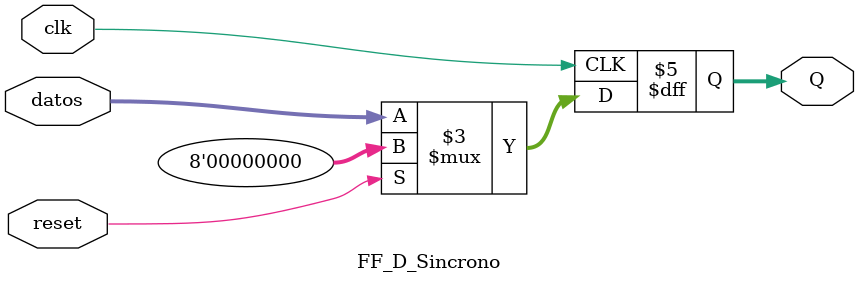
<source format=v>
`timescale 1ns / 1ps
module FF_D_Sincrono(

input wire clk,reset,
input wire [7:0] datos,
output reg [7:0] Q

 );
always@(posedge clk)

if(reset)
	begin
	Q <=8'b0;

	end

else

	begin

	Q<=datos;
	
	end

endmodule

</source>
